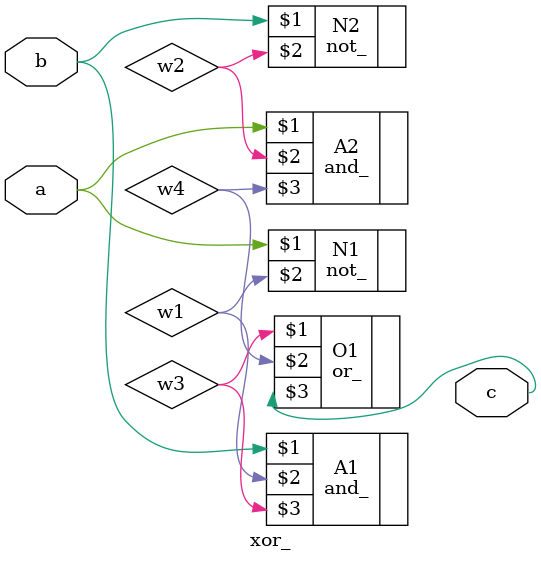
<source format=sv>
module xor_(input a, input b, output c);
				
logic w1, w2, w3, w4;

not_ N1(a, w1);
not_ N2(b, w2);

and_ A1(b, w1, w3);
and_ A2(a, w2, w4);

or_ O1(w3, w4, c);

				
endmodule
</source>
